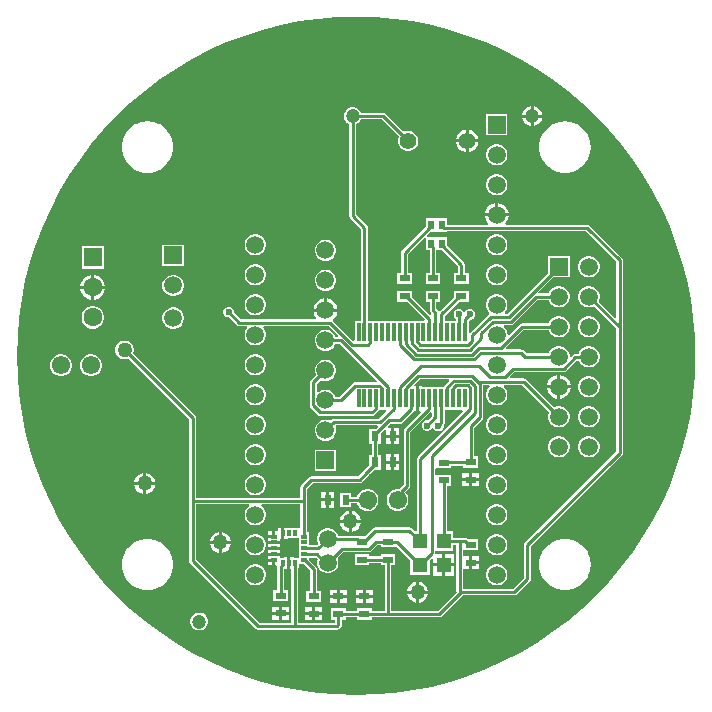
<source format=gtl>
G04*
G04 #@! TF.GenerationSoftware,Altium Limited,Altium Designer,22.7.1 (60)*
G04*
G04 Layer_Physical_Order=1*
G04 Layer_Color=255*
%FSLAX44Y44*%
%MOMM*%
G71*
G04*
G04 #@! TF.SameCoordinates,8A5828DB-0F62-4D68-8539-0FC61A56A6C0*
G04*
G04*
G04 #@! TF.FilePolarity,Positive*
G04*
G01*
G75*
%ADD15R,1.3000X1.3000*%
%ADD16R,1.3000X1.3000*%
%ADD17R,0.5500X0.8000*%
%ADD18R,0.6000X0.9000*%
%ADD19R,0.9000X0.6000*%
%ADD21R,0.4900X0.3500*%
%ADD22R,0.3500X0.4900*%
%ADD23R,0.4900X0.3000*%
%ADD43R,0.3000X1.6000*%
%ADD44C,0.2540*%
%ADD45R,1.5000X1.5000*%
%ADD46C,1.5000*%
%ADD47C,1.5500*%
%ADD48C,1.2000*%
%ADD49C,1.3980*%
%ADD50R,1.6000X1.6000*%
%ADD51C,1.6000*%
%ADD52C,1.2700*%
%ADD53C,0.6000*%
G36*
X306103Y576740D02*
X322155Y575386D01*
X338106Y573134D01*
X353906Y569991D01*
X369505Y565968D01*
X384854Y561076D01*
X399904Y555331D01*
X414608Y548751D01*
X428920Y541357D01*
X442795Y533172D01*
X456190Y524222D01*
X469061Y514536D01*
X481369Y504142D01*
X493075Y493075D01*
X504142Y481369D01*
X514536Y469061D01*
X524222Y456190D01*
X533172Y442795D01*
X541357Y428920D01*
X548751Y414608D01*
X555331Y399904D01*
X561076Y384854D01*
X565968Y369505D01*
X569991Y353906D01*
X573134Y338106D01*
X575386Y322155D01*
X576740Y306103D01*
X577192Y290000D01*
X576740Y273897D01*
X575386Y257845D01*
X573134Y241894D01*
X569991Y226094D01*
X565968Y210495D01*
X561076Y195147D01*
X555331Y180096D01*
X548751Y165392D01*
X541357Y151080D01*
X533172Y137205D01*
X524222Y123810D01*
X514536Y110939D01*
X504142Y98631D01*
X493075Y86925D01*
X481369Y75858D01*
X469061Y65464D01*
X456190Y55778D01*
X442795Y46828D01*
X428920Y38643D01*
X414608Y31249D01*
X399904Y24669D01*
X384854Y18924D01*
X369505Y14032D01*
X353906Y10008D01*
X338106Y6866D01*
X322155Y4614D01*
X306103Y3260D01*
X290000Y2808D01*
X273897Y3260D01*
X257845Y4614D01*
X241894Y6866D01*
X226094Y10008D01*
X210495Y14032D01*
X195147Y18924D01*
X180096Y24669D01*
X165392Y31249D01*
X151080Y38643D01*
X137205Y46828D01*
X123810Y55778D01*
X110939Y65464D01*
X98631Y75858D01*
X86925Y86925D01*
X75858Y98631D01*
X65464Y110939D01*
X55778Y123810D01*
X46828Y137205D01*
X38643Y151080D01*
X31249Y165392D01*
X24669Y180096D01*
X18924Y195147D01*
X14032Y210495D01*
X10008Y226094D01*
X6866Y241894D01*
X4614Y257845D01*
X3260Y273897D01*
X2808Y290000D01*
X3260Y306103D01*
X4614Y322155D01*
X6866Y338106D01*
X10008Y353906D01*
X14032Y369505D01*
X18924Y384854D01*
X24669Y399904D01*
X31249Y414608D01*
X38643Y428920D01*
X46828Y442795D01*
X55778Y456190D01*
X65464Y469061D01*
X75858Y481369D01*
X86925Y493075D01*
X98631Y504142D01*
X110939Y514536D01*
X123810Y524222D01*
X137205Y533172D01*
X151080Y541357D01*
X165392Y548751D01*
X180096Y555331D01*
X195147Y561076D01*
X210495Y565968D01*
X226094Y569991D01*
X241894Y573134D01*
X257845Y575386D01*
X273897Y576740D01*
X290000Y577192D01*
X306103Y576740D01*
D02*
G37*
%LPC*%
G36*
X440270Y501501D02*
Y494270D01*
X447501D01*
X446958Y496296D01*
X445834Y498244D01*
X444244Y499834D01*
X442296Y500958D01*
X440270Y501501D01*
D02*
G37*
G36*
X437730Y501501D02*
X435704Y500958D01*
X433756Y499834D01*
X432166Y498244D01*
X431042Y496296D01*
X430499Y494270D01*
X437730D01*
Y501501D01*
D02*
G37*
G36*
X468750Y488430D02*
X464810D01*
X464654Y488365D01*
X464488Y488398D01*
X460624Y487629D01*
X460484Y487535D01*
X460315D01*
X456675Y486028D01*
X456556Y485908D01*
X456390Y485875D01*
X453114Y483687D01*
X453020Y483546D01*
X452864Y483481D01*
X450079Y480696D01*
X450014Y480540D01*
X449873Y480446D01*
X447685Y477170D01*
X447652Y477004D01*
X447532Y476885D01*
X446025Y473245D01*
Y473076D01*
X445931Y472936D01*
X445162Y469072D01*
X445195Y468906D01*
X445130Y468750D01*
Y464810D01*
X445195Y464654D01*
X445162Y464488D01*
X445931Y460624D01*
X446025Y460484D01*
Y460315D01*
X447532Y456675D01*
X447652Y456556D01*
X447685Y456390D01*
X449873Y453114D01*
X450014Y453020D01*
X450079Y452864D01*
X452864Y450079D01*
X453020Y450014D01*
X453114Y449873D01*
X456390Y447685D01*
X456556Y447652D01*
X456675Y447532D01*
X460315Y446025D01*
X460484D01*
X460624Y445931D01*
X464488Y445162D01*
X464654Y445195D01*
X464810Y445130D01*
X468750D01*
X468906Y445195D01*
X469072Y445162D01*
X472936Y445931D01*
X473076Y446025D01*
X473245D01*
X476885Y447532D01*
X477004Y447652D01*
X477170Y447685D01*
X480446Y449873D01*
X480540Y450014D01*
X480696Y450079D01*
X483481Y452864D01*
X483546Y453020D01*
X483687Y453114D01*
X485875Y456390D01*
X485908Y456556D01*
X486028Y456675D01*
X487535Y460315D01*
Y460484D01*
X487629Y460624D01*
X488398Y464488D01*
X488365Y464654D01*
X488430Y464810D01*
Y468750D01*
X488365Y468906D01*
X488398Y469072D01*
X487629Y472936D01*
X487535Y473076D01*
Y473245D01*
X486028Y476885D01*
X485908Y477004D01*
X485875Y477170D01*
X483687Y480446D01*
X483546Y480540D01*
X483481Y480696D01*
X480696Y483481D01*
X480540Y483546D01*
X480446Y483687D01*
X477170Y485875D01*
X477004Y485908D01*
X476885Y486028D01*
X473245Y487535D01*
X473076D01*
X472936Y487629D01*
X469072Y488398D01*
X468906Y488365D01*
X468750Y488430D01*
D02*
G37*
G36*
X115190D02*
X111250D01*
X111094Y488365D01*
X110928Y488398D01*
X107064Y487629D01*
X106924Y487535D01*
X106755D01*
X103115Y486028D01*
X102996Y485908D01*
X102830Y485875D01*
X99554Y483687D01*
X99460Y483546D01*
X99304Y483481D01*
X96518Y480696D01*
X96454Y480540D01*
X96313Y480446D01*
X94125Y477170D01*
X94092Y477004D01*
X93972Y476885D01*
X92465Y473245D01*
Y473076D01*
X92371Y472936D01*
X91602Y469072D01*
X91635Y468906D01*
X91570Y468750D01*
Y464810D01*
X91635Y464654D01*
X91602Y464488D01*
X92371Y460624D01*
X92465Y460484D01*
Y460315D01*
X93972Y456675D01*
X94092Y456556D01*
X94125Y456390D01*
X96313Y453114D01*
X96454Y453020D01*
X96518Y452864D01*
X99304Y450079D01*
X99460Y450014D01*
X99554Y449873D01*
X102830Y447685D01*
X102996Y447652D01*
X103115Y447532D01*
X106755Y446025D01*
X106924D01*
X107064Y445931D01*
X110928Y445162D01*
X111094Y445195D01*
X111250Y445130D01*
X115190D01*
X115346Y445195D01*
X115512Y445162D01*
X119376Y445931D01*
X119516Y446025D01*
X119685D01*
X123325Y447532D01*
X123444Y447652D01*
X123610Y447685D01*
X126886Y449873D01*
X126980Y450014D01*
X127136Y450079D01*
X129921Y452864D01*
X129986Y453020D01*
X130127Y453114D01*
X132315Y456390D01*
X132348Y456556D01*
X132468Y456675D01*
X133975Y460315D01*
Y460484D01*
X134069Y460624D01*
X134838Y464488D01*
X134805Y464654D01*
X134870Y464810D01*
Y468750D01*
X134805Y468906D01*
X134838Y469072D01*
X134069Y472936D01*
X133975Y473076D01*
Y473245D01*
X132468Y476885D01*
X132348Y477004D01*
X132315Y477170D01*
X130127Y480446D01*
X129986Y480540D01*
X129921Y480696D01*
X127136Y483481D01*
X126980Y483546D01*
X126886Y483687D01*
X123610Y485875D01*
X123444Y485908D01*
X123325Y486028D01*
X119685Y487535D01*
X119516D01*
X119376Y487629D01*
X115512Y488398D01*
X115346Y488365D01*
X115190Y488430D01*
D02*
G37*
G36*
X437730Y491730D02*
X430499D01*
X431042Y489704D01*
X432166Y487756D01*
X433756Y486166D01*
X435704Y485042D01*
X437730Y484499D01*
Y491730D01*
D02*
G37*
G36*
X447501D02*
X440270D01*
Y484499D01*
X442296Y485042D01*
X444244Y486166D01*
X445834Y487756D01*
X446958Y489704D01*
X447501Y491730D01*
D02*
G37*
G36*
X418024Y494624D02*
X399976D01*
Y476576D01*
X418024D01*
Y494624D01*
D02*
G37*
G36*
X385270Y481526D02*
Y473270D01*
X393526D01*
X392881Y475678D01*
X391626Y477852D01*
X389852Y479626D01*
X387678Y480881D01*
X385270Y481526D01*
D02*
G37*
G36*
X382730D02*
X380322Y480881D01*
X378148Y479626D01*
X376374Y477852D01*
X375119Y475678D01*
X374474Y473270D01*
X382730D01*
Y481526D01*
D02*
G37*
G36*
X287991Y500524D02*
X286010D01*
X284096Y500011D01*
X282380Y499021D01*
X280979Y497620D01*
X279989Y495904D01*
X279476Y493991D01*
Y492010D01*
X279989Y490096D01*
X280979Y488380D01*
X282380Y486979D01*
X284096Y485989D01*
X284151Y485974D01*
Y408470D01*
X284151Y408470D01*
X284368Y407380D01*
X284986Y406456D01*
X294151Y397290D01*
Y319778D01*
X288722D01*
Y303049D01*
X287452Y302523D01*
X270615Y319360D01*
X270190Y320498D01*
X270649Y321050D01*
X272034Y322435D01*
X273356Y324725D01*
X274040Y327278D01*
Y327330D01*
X264000D01*
X253960D01*
Y327278D01*
X254644Y324725D01*
X255966Y322435D01*
X256285Y322116D01*
X255799Y320943D01*
X192086D01*
X186524Y326505D01*
Y327900D01*
X185835Y329563D01*
X184563Y330835D01*
X182900Y331524D01*
X181100D01*
X179437Y330835D01*
X178165Y329563D01*
X177476Y327900D01*
Y326100D01*
X178165Y324437D01*
X179437Y323165D01*
X181100Y322476D01*
X182495D01*
X188892Y316080D01*
X188892Y316080D01*
X189816Y315462D01*
X190906Y315245D01*
X190906Y315245D01*
X197417D01*
X197943Y313975D01*
X197309Y313341D01*
X196121Y311283D01*
X195506Y308988D01*
Y306612D01*
X196121Y304317D01*
X197309Y302259D01*
X198989Y300579D01*
X201047Y299391D01*
X203342Y298776D01*
X205718D01*
X208013Y299391D01*
X210071Y300579D01*
X211751Y302259D01*
X212939Y304317D01*
X213554Y306612D01*
Y308988D01*
X212939Y311283D01*
X211751Y313341D01*
X211117Y313975D01*
X211643Y315245D01*
X266672D01*
X274695Y307222D01*
X274209Y306049D01*
X272579D01*
X272409Y306683D01*
X271221Y308741D01*
X269541Y310421D01*
X267483Y311609D01*
X265188Y312224D01*
X262812D01*
X260517Y311609D01*
X258459Y310421D01*
X256779Y308741D01*
X255591Y306683D01*
X254976Y304388D01*
Y302012D01*
X255591Y299717D01*
X256779Y297659D01*
X258459Y295979D01*
X260517Y294791D01*
X262812Y294176D01*
X265188D01*
X267483Y294791D01*
X269541Y295979D01*
X271221Y297659D01*
X272409Y299717D01*
X272579Y300351D01*
X275819D01*
X307354Y268816D01*
X306868Y267643D01*
X289343D01*
X289343Y267643D01*
X288253Y267426D01*
X287328Y266808D01*
X287328Y266808D01*
X275769Y255249D01*
X272579D01*
X272409Y255883D01*
X271221Y257941D01*
X269541Y259621D01*
X267483Y260809D01*
X265188Y261424D01*
X262812D01*
X260517Y260809D01*
X258459Y259621D01*
X257825Y258987D01*
X256555Y259513D01*
Y266326D01*
X259948Y269719D01*
X260517Y269391D01*
X262812Y268776D01*
X265188D01*
X267483Y269391D01*
X269541Y270579D01*
X271221Y272259D01*
X272409Y274317D01*
X273024Y276612D01*
Y278988D01*
X272409Y281283D01*
X271221Y283341D01*
X269541Y285021D01*
X267483Y286209D01*
X265188Y286824D01*
X262812D01*
X260517Y286209D01*
X258459Y285021D01*
X256779Y283341D01*
X255591Y281283D01*
X254976Y278988D01*
Y276612D01*
X255591Y274317D01*
X255919Y273748D01*
X251692Y269520D01*
X251074Y268596D01*
X250857Y267506D01*
X250857Y267506D01*
Y248136D01*
X250857Y248136D01*
X251074Y247046D01*
X251692Y246122D01*
X257722Y240092D01*
X257722Y240092D01*
X258646Y239474D01*
X259736Y239257D01*
X259736Y239257D01*
X303557D01*
X303557Y239257D01*
X304648Y239474D01*
X305572Y240092D01*
X308784Y243304D01*
X308785Y243304D01*
X309398Y244222D01*
X314985D01*
X315471Y243049D01*
X309271Y236849D01*
X270891D01*
X270891Y236849D01*
X269800Y236632D01*
X268876Y236014D01*
X268876Y236014D01*
X267983Y235121D01*
X267483Y235409D01*
X265188Y236024D01*
X262812D01*
X260517Y235409D01*
X258459Y234221D01*
X256779Y232541D01*
X255591Y230483D01*
X254976Y228188D01*
Y225812D01*
X255591Y223517D01*
X256779Y221459D01*
X258459Y219779D01*
X260517Y218591D01*
X262812Y217976D01*
X265188D01*
X267483Y218591D01*
X269541Y219779D01*
X271221Y221459D01*
X272409Y223517D01*
X273024Y225812D01*
Y228188D01*
X272570Y229881D01*
X273302Y231035D01*
X273490Y231151D01*
X307963D01*
X308449Y229978D01*
X306749Y228278D01*
X301222D01*
Y215722D01*
X303151D01*
Y206278D01*
X301222D01*
Y197751D01*
X296621Y193149D01*
X296003Y192225D01*
X295955Y191984D01*
X291820Y187849D01*
X252000D01*
X252000Y187849D01*
X250910Y187632D01*
X249986Y187014D01*
X243586Y180614D01*
X242968Y179690D01*
X242751Y178600D01*
X242751Y178600D01*
Y169849D01*
X154321D01*
Y237528D01*
X154321Y237528D01*
X154104Y238618D01*
X153486Y239542D01*
X101239Y291790D01*
X101337Y291961D01*
X101874Y293963D01*
Y296037D01*
X101337Y298039D01*
X100301Y299835D01*
X98835Y301301D01*
X97039Y302337D01*
X95037Y302874D01*
X92963D01*
X90961Y302337D01*
X89165Y301301D01*
X87699Y299835D01*
X86663Y298039D01*
X86126Y296037D01*
Y293963D01*
X86663Y291961D01*
X87699Y290165D01*
X89165Y288699D01*
X90961Y287663D01*
X92963Y287126D01*
X95037D01*
X97039Y287663D01*
X97210Y287761D01*
X148623Y236348D01*
Y167000D01*
Y116528D01*
X148623Y116528D01*
X148840Y115438D01*
X149458Y114514D01*
X204986Y58986D01*
X204986Y58986D01*
X205910Y58368D01*
X207000Y58151D01*
X273512D01*
X273512Y58151D01*
X274602Y58368D01*
X275527Y58986D01*
X277014Y60473D01*
X277014Y60473D01*
X277632Y61398D01*
X277849Y62488D01*
Y66722D01*
X281278D01*
Y68651D01*
X290722D01*
Y66722D01*
X303278D01*
Y68651D01*
X318000D01*
X318000Y68651D01*
X318000Y68651D01*
X360500D01*
X360500Y68651D01*
X361590Y68868D01*
X362514Y69486D01*
X380180Y87151D01*
X424000D01*
X424000Y87151D01*
X425090Y87368D01*
X426014Y87986D01*
X437014Y98986D01*
X437014Y98986D01*
X437632Y99910D01*
X437849Y101000D01*
X437849Y101000D01*
Y128820D01*
X515014Y205986D01*
X515014Y205986D01*
X515632Y206910D01*
X515849Y208000D01*
Y314000D01*
X515849Y314000D01*
X515849Y314000D01*
Y371000D01*
X515849Y371000D01*
X515632Y372090D01*
X515014Y373014D01*
X515014Y373014D01*
X487744Y400284D01*
X486820Y400902D01*
X485730Y401119D01*
X485730Y401119D01*
X416713D01*
X416187Y402389D01*
X417034Y403235D01*
X418356Y405525D01*
X419040Y408078D01*
Y408130D01*
X409000D01*
X398960D01*
Y408078D01*
X399644Y405525D01*
X400966Y403235D01*
X401813Y402389D01*
X401287Y401119D01*
X367028D01*
Y406778D01*
X348972D01*
Y399251D01*
X328986Y379264D01*
X328368Y378340D01*
X328151Y377250D01*
X328151Y377250D01*
Y360278D01*
X324722D01*
Y350722D01*
X337278D01*
Y360278D01*
X333849D01*
Y376070D01*
X347702Y389923D01*
X348972Y389397D01*
Y379222D01*
X352151D01*
Y360278D01*
X348722D01*
Y350722D01*
X361278D01*
Y360278D01*
X357849D01*
Y379222D01*
X362999D01*
X376151Y366070D01*
Y360278D01*
X372722D01*
Y350722D01*
X385278D01*
Y360278D01*
X381849D01*
Y367250D01*
X381849Y367250D01*
X381632Y368340D01*
X381014Y369264D01*
X367028Y383251D01*
Y390778D01*
X350353D01*
X349827Y392048D01*
X353001Y395222D01*
X367028D01*
Y395421D01*
X484550D01*
X510151Y369820D01*
Y322537D01*
X508978Y322051D01*
X495081Y335948D01*
X495409Y336517D01*
X496024Y338812D01*
Y341188D01*
X495409Y343483D01*
X494221Y345541D01*
X492541Y347221D01*
X490483Y348409D01*
X488188Y349024D01*
X485812D01*
X483517Y348409D01*
X481459Y347221D01*
X479779Y345541D01*
X478591Y343483D01*
X477976Y341188D01*
Y338812D01*
X478591Y336517D01*
X479779Y334459D01*
X481459Y332779D01*
X483517Y331591D01*
X485812Y330976D01*
X488188D01*
X490483Y331591D01*
X491052Y331919D01*
X510151Y312820D01*
Y209180D01*
X432986Y132014D01*
X432368Y131090D01*
X432151Y130000D01*
X432151Y130000D01*
Y102180D01*
X422820Y92849D01*
X380599D01*
Y109460D01*
X385730D01*
Y115000D01*
Y120540D01*
X380599D01*
Y124003D01*
X380722Y125222D01*
X393278D01*
Y134778D01*
X384751D01*
X384514Y135014D01*
X383590Y135632D01*
X382500Y135849D01*
X382500Y135849D01*
X372278D01*
Y141278D01*
X366849D01*
Y179722D01*
X370278D01*
Y189278D01*
X357722D01*
X356849Y190186D01*
Y193814D01*
X357722Y194722D01*
X370278D01*
Y196901D01*
X380722D01*
Y195222D01*
X393278D01*
Y204778D01*
X389849D01*
Y229236D01*
X396436Y235824D01*
X396436Y235824D01*
X397054Y236748D01*
X397271Y237838D01*
X397271Y237838D01*
Y265193D01*
X402740D01*
X403161Y263923D01*
X401779Y262541D01*
X400591Y260483D01*
X399976Y258188D01*
Y255812D01*
X400591Y253517D01*
X401779Y251459D01*
X403459Y249779D01*
X405517Y248591D01*
X407812Y247976D01*
X410188D01*
X412483Y248591D01*
X414541Y249779D01*
X416221Y251459D01*
X417409Y253517D01*
X418024Y255812D01*
Y258188D01*
X417409Y260483D01*
X416221Y262541D01*
X414839Y263923D01*
X415260Y265193D01*
X430778D01*
X453519Y242452D01*
X453191Y241883D01*
X452576Y239588D01*
Y237212D01*
X453191Y234917D01*
X454379Y232859D01*
X456059Y231179D01*
X458117Y229991D01*
X460412Y229376D01*
X462788D01*
X465083Y229991D01*
X467141Y231179D01*
X468821Y232859D01*
X470009Y234917D01*
X470624Y237212D01*
Y239588D01*
X470009Y241883D01*
X468821Y243941D01*
X467141Y245621D01*
X465083Y246809D01*
X462788Y247424D01*
X460412D01*
X458117Y246809D01*
X457548Y246481D01*
X433972Y270056D01*
X433048Y270674D01*
X431958Y270891D01*
X431958Y270891D01*
X420488D01*
X420002Y272064D01*
X423995Y276057D01*
X465864D01*
X465864Y276057D01*
X466954Y276274D01*
X467878Y276892D01*
X476870Y285883D01*
X478546D01*
X478591Y285717D01*
X479779Y283659D01*
X481459Y281979D01*
X483517Y280791D01*
X485812Y280176D01*
X488188D01*
X490483Y280791D01*
X492541Y281979D01*
X494221Y283659D01*
X495409Y285717D01*
X496024Y288012D01*
Y290388D01*
X495409Y292683D01*
X494221Y294741D01*
X492541Y296421D01*
X490483Y297609D01*
X488188Y298224D01*
X485812D01*
X483517Y297609D01*
X481459Y296421D01*
X479779Y294741D01*
X478591Y292683D01*
X478296Y291581D01*
X475690D01*
X474600Y291364D01*
X473676Y290746D01*
X473676Y290746D01*
X471894Y288965D01*
X470624Y289491D01*
Y290388D01*
X470009Y292683D01*
X468821Y294741D01*
X467141Y296421D01*
X465083Y297609D01*
X462788Y298224D01*
X460412D01*
X458117Y297609D01*
X456059Y296421D01*
X454379Y294741D01*
X453191Y292683D01*
X453021Y292049D01*
X434409D01*
X431750Y294708D01*
X430825Y295326D01*
X429735Y295543D01*
X429735Y295543D01*
X416989D01*
X416503Y296716D01*
X431538Y311751D01*
X453021D01*
X453191Y311117D01*
X454379Y309059D01*
X456059Y307379D01*
X458117Y306191D01*
X460412Y305576D01*
X462788D01*
X465083Y306191D01*
X467141Y307379D01*
X468821Y309059D01*
X470009Y311117D01*
X470624Y313412D01*
Y315788D01*
X470009Y318083D01*
X468821Y320141D01*
X467141Y321821D01*
X465083Y323009D01*
X462788Y323624D01*
X460412D01*
X458117Y323009D01*
X456059Y321821D01*
X454379Y320141D01*
X453191Y318083D01*
X453021Y317449D01*
X430358D01*
X430358Y317449D01*
X429268Y317232D01*
X428344Y316614D01*
X428344Y316614D01*
X419294Y307565D01*
X418024Y308091D01*
Y308988D01*
X417409Y311283D01*
X416221Y313341D01*
X414839Y314723D01*
X415260Y315993D01*
X420789D01*
X420789Y315993D01*
X421880Y316210D01*
X422804Y316828D01*
X443127Y337151D01*
X453021D01*
X453191Y336517D01*
X454379Y334459D01*
X456059Y332779D01*
X458117Y331591D01*
X460412Y330976D01*
X462788D01*
X465083Y331591D01*
X467141Y332779D01*
X468821Y334459D01*
X470009Y336517D01*
X470624Y338812D01*
Y341188D01*
X470009Y343483D01*
X468821Y345541D01*
X467141Y347221D01*
X465083Y348409D01*
X462788Y349024D01*
X460412D01*
X458117Y348409D01*
X456059Y347221D01*
X454379Y345541D01*
X453191Y343483D01*
X453021Y342849D01*
X444737D01*
X444251Y344022D01*
X456605Y356376D01*
X470624D01*
Y374424D01*
X452576D01*
Y360405D01*
X417926Y325755D01*
X416113D01*
X415587Y327025D01*
X416221Y327659D01*
X417409Y329717D01*
X418024Y332012D01*
Y334388D01*
X417409Y336683D01*
X416221Y338741D01*
X414541Y340421D01*
X412483Y341609D01*
X410188Y342224D01*
X407812D01*
X405517Y341609D01*
X403459Y340421D01*
X401779Y338741D01*
X400591Y336683D01*
X399976Y334388D01*
Y332012D01*
X400591Y329717D01*
X401779Y327659D01*
X402623Y326815D01*
X402645Y326492D01*
X402347Y325295D01*
X401786Y324920D01*
X401786Y324920D01*
X386548Y309682D01*
X385326Y310103D01*
X385278Y310142D01*
Y319778D01*
X386259Y320476D01*
X386900D01*
X388563Y321165D01*
X389835Y322437D01*
X390524Y324100D01*
Y325900D01*
X389835Y327563D01*
X388563Y328835D01*
X386900Y329524D01*
X385100D01*
X383437Y328835D01*
X382165Y327563D01*
X382135Y327491D01*
X380865D01*
X380835Y327563D01*
X379563Y328835D01*
X377900Y329524D01*
X376100D01*
X374437Y328835D01*
X373165Y327563D01*
X372476Y325900D01*
Y324100D01*
X373165Y322437D01*
X374151Y321451D01*
Y319778D01*
X364849D01*
Y323820D01*
X376751Y335722D01*
X385278D01*
Y345278D01*
X372722D01*
Y339751D01*
X360889Y327917D01*
X360622Y327877D01*
X359339Y328164D01*
X359014Y328649D01*
X357849Y329815D01*
Y335722D01*
X361278D01*
Y345278D01*
X348722D01*
Y335722D01*
X352151D01*
Y328635D01*
X352151Y328635D01*
X352368Y327545D01*
X352986Y326621D01*
X353759Y325847D01*
X353664Y325161D01*
X352318Y324710D01*
X337278Y339751D01*
Y345278D01*
X324722D01*
Y335722D01*
X333249D01*
X347923Y321048D01*
X347397Y319778D01*
X299849D01*
Y398470D01*
X299849Y398470D01*
X299632Y399560D01*
X299014Y400484D01*
X299014Y400484D01*
X289849Y409650D01*
Y485974D01*
X289904Y485989D01*
X291620Y486979D01*
X293021Y488380D01*
X294011Y490096D01*
X294026Y490151D01*
X311820D01*
X326293Y475679D01*
X326066Y475286D01*
X325486Y473121D01*
Y470879D01*
X326066Y468714D01*
X327187Y466772D01*
X328772Y465187D01*
X330714Y464066D01*
X332879Y463486D01*
X335121D01*
X337286Y464066D01*
X339228Y465187D01*
X340813Y466772D01*
X341934Y468714D01*
X342514Y470879D01*
Y473121D01*
X341934Y475286D01*
X340813Y477228D01*
X339228Y478813D01*
X337286Y479934D01*
X335121Y480514D01*
X332879D01*
X330714Y479934D01*
X330321Y479707D01*
X315014Y495014D01*
X314090Y495632D01*
X313000Y495849D01*
X313000Y495849D01*
X294026D01*
X294011Y495904D01*
X293021Y497620D01*
X291620Y499021D01*
X289904Y500011D01*
X287991Y500524D01*
D02*
G37*
G36*
X382730Y470730D02*
X374474D01*
X375119Y468321D01*
X376374Y466148D01*
X378148Y464374D01*
X380322Y463119D01*
X382730Y462474D01*
Y470730D01*
D02*
G37*
G36*
X393526D02*
X385270D01*
Y462474D01*
X387678Y463119D01*
X389852Y464374D01*
X391626Y466148D01*
X392881Y468321D01*
X393526Y470730D01*
D02*
G37*
G36*
X410188Y469224D02*
X407812D01*
X405517Y468609D01*
X403459Y467421D01*
X401779Y465741D01*
X400591Y463683D01*
X399976Y461388D01*
Y459012D01*
X400591Y456717D01*
X401779Y454659D01*
X403459Y452979D01*
X405517Y451791D01*
X407812Y451176D01*
X410188D01*
X412483Y451791D01*
X414541Y452979D01*
X416221Y454659D01*
X417409Y456717D01*
X418024Y459012D01*
Y461388D01*
X417409Y463683D01*
X416221Y465741D01*
X414541Y467421D01*
X412483Y468609D01*
X410188Y469224D01*
D02*
G37*
G36*
Y443824D02*
X407812D01*
X405517Y443209D01*
X403459Y442021D01*
X401779Y440341D01*
X400591Y438283D01*
X399976Y435988D01*
Y433612D01*
X400591Y431317D01*
X401779Y429259D01*
X403459Y427579D01*
X405517Y426391D01*
X407812Y425776D01*
X410188D01*
X412483Y426391D01*
X414541Y427579D01*
X416221Y429259D01*
X417409Y431317D01*
X418024Y433612D01*
Y435988D01*
X417409Y438283D01*
X416221Y440341D01*
X414541Y442021D01*
X412483Y443209D01*
X410188Y443824D01*
D02*
G37*
G36*
X410322Y419440D02*
X410270D01*
Y410670D01*
X419040D01*
Y410722D01*
X418356Y413275D01*
X417034Y415565D01*
X415165Y417434D01*
X412875Y418756D01*
X410322Y419440D01*
D02*
G37*
G36*
X407730D02*
X407678D01*
X405125Y418756D01*
X402835Y417434D01*
X400966Y415565D01*
X399644Y413275D01*
X398960Y410722D01*
Y410670D01*
X407730D01*
Y419440D01*
D02*
G37*
G36*
X410188Y393024D02*
X407812D01*
X405517Y392409D01*
X403459Y391221D01*
X401779Y389541D01*
X400591Y387483D01*
X399976Y385188D01*
Y382812D01*
X400591Y380517D01*
X401779Y378459D01*
X403459Y376779D01*
X405517Y375591D01*
X407812Y374976D01*
X410188D01*
X412483Y375591D01*
X414541Y376779D01*
X416221Y378459D01*
X417409Y380517D01*
X418024Y382812D01*
Y385188D01*
X417409Y387483D01*
X416221Y389541D01*
X414541Y391221D01*
X412483Y392409D01*
X410188Y393024D01*
D02*
G37*
G36*
X205718D02*
X203342D01*
X201047Y392409D01*
X198989Y391221D01*
X197309Y389541D01*
X196121Y387483D01*
X195506Y385188D01*
Y382812D01*
X196121Y380517D01*
X197309Y378459D01*
X198989Y376779D01*
X201047Y375591D01*
X203342Y374976D01*
X205718D01*
X208013Y375591D01*
X210071Y376779D01*
X211751Y378459D01*
X212939Y380517D01*
X213554Y382812D01*
Y385188D01*
X212939Y387483D01*
X211751Y389541D01*
X210071Y391221D01*
X208013Y392409D01*
X205718Y393024D01*
D02*
G37*
G36*
X265188Y388424D02*
X262812D01*
X260517Y387809D01*
X258459Y386621D01*
X256779Y384941D01*
X255591Y382883D01*
X254976Y380588D01*
Y378212D01*
X255591Y375917D01*
X256779Y373859D01*
X258459Y372179D01*
X260517Y370991D01*
X262812Y370376D01*
X265188D01*
X267483Y370991D01*
X269541Y372179D01*
X271221Y373859D01*
X272409Y375917D01*
X273024Y378212D01*
Y380588D01*
X272409Y382883D01*
X271221Y384941D01*
X269541Y386621D01*
X267483Y387809D01*
X265188Y388424D01*
D02*
G37*
G36*
X144024Y384024D02*
X125976D01*
Y365976D01*
X144024D01*
Y384024D01*
D02*
G37*
G36*
X76524Y382924D02*
X57476D01*
Y363876D01*
X76524D01*
Y382924D01*
D02*
G37*
G36*
X488188Y374424D02*
X485812D01*
X483517Y373809D01*
X481459Y372621D01*
X479779Y370941D01*
X478591Y368883D01*
X477976Y366588D01*
Y364212D01*
X478591Y361917D01*
X479779Y359859D01*
X481459Y358179D01*
X483517Y356991D01*
X485812Y356376D01*
X488188D01*
X490483Y356991D01*
X492541Y358179D01*
X494221Y359859D01*
X495409Y361917D01*
X496024Y364212D01*
Y366588D01*
X495409Y368883D01*
X494221Y370941D01*
X492541Y372621D01*
X490483Y373809D01*
X488188Y374424D01*
D02*
G37*
G36*
X410188Y367624D02*
X407812D01*
X405517Y367009D01*
X403459Y365821D01*
X401779Y364141D01*
X400591Y362083D01*
X399976Y359788D01*
Y357412D01*
X400591Y355117D01*
X401779Y353059D01*
X403459Y351379D01*
X405517Y350191D01*
X407812Y349576D01*
X410188D01*
X412483Y350191D01*
X414541Y351379D01*
X416221Y353059D01*
X417409Y355117D01*
X418024Y357412D01*
Y359788D01*
X417409Y362083D01*
X416221Y364141D01*
X414541Y365821D01*
X412483Y367009D01*
X410188Y367624D01*
D02*
G37*
G36*
X205718D02*
X203342D01*
X201047Y367009D01*
X198989Y365821D01*
X197309Y364141D01*
X196121Y362083D01*
X195506Y359788D01*
Y357412D01*
X196121Y355117D01*
X197309Y353059D01*
X198989Y351379D01*
X201047Y350191D01*
X203342Y349576D01*
X205718D01*
X208013Y350191D01*
X210071Y351379D01*
X211751Y353059D01*
X212939Y355117D01*
X213554Y357412D01*
Y359788D01*
X212939Y362083D01*
X211751Y364141D01*
X210071Y365821D01*
X208013Y367009D01*
X205718Y367624D01*
D02*
G37*
G36*
X68388Y358540D02*
X68270D01*
Y349270D01*
X77540D01*
Y349388D01*
X76822Y352068D01*
X75434Y354472D01*
X73472Y356434D01*
X71068Y357822D01*
X68388Y358540D01*
D02*
G37*
G36*
X65730D02*
X65612D01*
X62932Y357822D01*
X60528Y356434D01*
X58566Y354472D01*
X57178Y352068D01*
X56460Y349388D01*
Y349270D01*
X65730D01*
Y358540D01*
D02*
G37*
G36*
X265188Y363024D02*
X262812D01*
X260517Y362409D01*
X258459Y361221D01*
X256779Y359541D01*
X255591Y357483D01*
X254976Y355188D01*
Y352812D01*
X255591Y350517D01*
X256779Y348459D01*
X258459Y346779D01*
X260517Y345591D01*
X262812Y344976D01*
X265188D01*
X267483Y345591D01*
X269541Y346779D01*
X271221Y348459D01*
X272409Y350517D01*
X273024Y352812D01*
Y355188D01*
X272409Y357483D01*
X271221Y359541D01*
X269541Y361221D01*
X267483Y362409D01*
X265188Y363024D01*
D02*
G37*
G36*
X136188Y358624D02*
X133812D01*
X131517Y358009D01*
X129459Y356821D01*
X127779Y355141D01*
X126591Y353083D01*
X125976Y350788D01*
Y348412D01*
X126591Y346117D01*
X127779Y344059D01*
X129459Y342379D01*
X131517Y341191D01*
X133812Y340576D01*
X136188D01*
X138483Y341191D01*
X140541Y342379D01*
X142221Y344059D01*
X143409Y346117D01*
X144024Y348412D01*
Y350788D01*
X143409Y353083D01*
X142221Y355141D01*
X140541Y356821D01*
X138483Y358009D01*
X136188Y358624D01*
D02*
G37*
G36*
X77540Y346730D02*
X68270D01*
Y337460D01*
X68388D01*
X71068Y338178D01*
X73472Y339566D01*
X75434Y341528D01*
X76822Y343932D01*
X77540Y346612D01*
Y346730D01*
D02*
G37*
G36*
X65730D02*
X56460D01*
Y346612D01*
X57178Y343932D01*
X58566Y341528D01*
X60528Y339566D01*
X62932Y338178D01*
X65612Y337460D01*
X65730D01*
Y346730D01*
D02*
G37*
G36*
X265322Y338640D02*
X265270D01*
Y329870D01*
X274040D01*
Y329922D01*
X273356Y332475D01*
X272034Y334765D01*
X270165Y336634D01*
X267875Y337956D01*
X265322Y338640D01*
D02*
G37*
G36*
X262730D02*
X262678D01*
X260125Y337956D01*
X257835Y336634D01*
X255966Y334765D01*
X254644Y332475D01*
X253960Y329922D01*
Y329870D01*
X262730D01*
Y338640D01*
D02*
G37*
G36*
X205718Y342224D02*
X203342D01*
X201047Y341609D01*
X198989Y340421D01*
X197309Y338741D01*
X196121Y336683D01*
X195506Y334388D01*
Y332012D01*
X196121Y329717D01*
X197309Y327659D01*
X198989Y325979D01*
X201047Y324791D01*
X203342Y324176D01*
X205718D01*
X208013Y324791D01*
X210071Y325979D01*
X211751Y327659D01*
X212939Y329717D01*
X213554Y332012D01*
Y334388D01*
X212939Y336683D01*
X211751Y338741D01*
X210071Y340421D01*
X208013Y341609D01*
X205718Y342224D01*
D02*
G37*
G36*
X68254Y332124D02*
X65746D01*
X63324Y331475D01*
X61152Y330221D01*
X59379Y328448D01*
X58125Y326276D01*
X57476Y323854D01*
Y321346D01*
X58125Y318924D01*
X59379Y316752D01*
X61152Y314979D01*
X63324Y313725D01*
X65746Y313076D01*
X68254D01*
X70676Y313725D01*
X72848Y314979D01*
X74621Y316752D01*
X75875Y318924D01*
X76524Y321346D01*
Y323854D01*
X75875Y326276D01*
X74621Y328448D01*
X72848Y330221D01*
X70676Y331475D01*
X68254Y332124D01*
D02*
G37*
G36*
X136188Y331024D02*
X133812D01*
X131517Y330409D01*
X129459Y329221D01*
X127779Y327541D01*
X126591Y325483D01*
X125976Y323188D01*
Y320812D01*
X126591Y318517D01*
X127779Y316459D01*
X129459Y314779D01*
X131517Y313591D01*
X133812Y312976D01*
X136188D01*
X138483Y313591D01*
X140541Y314779D01*
X142221Y316459D01*
X143409Y318517D01*
X144024Y320812D01*
Y323188D01*
X143409Y325483D01*
X142221Y327541D01*
X140541Y329221D01*
X138483Y330409D01*
X136188Y331024D01*
D02*
G37*
G36*
X488188Y323624D02*
X485812D01*
X483517Y323009D01*
X481459Y321821D01*
X479779Y320141D01*
X478591Y318083D01*
X477976Y315788D01*
Y313412D01*
X478591Y311117D01*
X479779Y309059D01*
X481459Y307379D01*
X483517Y306191D01*
X485812Y305576D01*
X488188D01*
X490483Y306191D01*
X492541Y307379D01*
X494221Y309059D01*
X495409Y311117D01*
X496024Y313412D01*
Y315788D01*
X495409Y318083D01*
X494221Y320141D01*
X492541Y321821D01*
X490483Y323009D01*
X488188Y323624D01*
D02*
G37*
G36*
X205718Y291424D02*
X203342D01*
X201047Y290809D01*
X198989Y289621D01*
X197309Y287941D01*
X196121Y285883D01*
X195506Y283588D01*
Y281212D01*
X196121Y278917D01*
X197309Y276859D01*
X198989Y275179D01*
X201047Y273991D01*
X203342Y273376D01*
X205718D01*
X208013Y273991D01*
X210071Y275179D01*
X211751Y276859D01*
X212939Y278917D01*
X213554Y281212D01*
Y283588D01*
X212939Y285883D01*
X211751Y287941D01*
X210071Y289621D01*
X208013Y290809D01*
X205718Y291424D01*
D02*
G37*
G36*
X66621Y291274D02*
X64179D01*
X61820Y290642D01*
X59706Y289421D01*
X57979Y287694D01*
X56758Y285580D01*
X56126Y283221D01*
Y280779D01*
X56758Y278420D01*
X57979Y276306D01*
X59706Y274579D01*
X61820Y273358D01*
X64179Y272726D01*
X66621D01*
X68980Y273358D01*
X71094Y274579D01*
X72821Y276306D01*
X74042Y278420D01*
X74674Y280779D01*
Y283221D01*
X74042Y285580D01*
X72821Y287694D01*
X71094Y289421D01*
X68980Y290642D01*
X66621Y291274D01*
D02*
G37*
G36*
X41221D02*
X38779D01*
X36420Y290642D01*
X34306Y289421D01*
X32579Y287694D01*
X31358Y285580D01*
X30726Y283221D01*
Y280779D01*
X31358Y278420D01*
X32579Y276306D01*
X34306Y274579D01*
X36420Y273358D01*
X38779Y272726D01*
X41221D01*
X43580Y273358D01*
X45694Y274579D01*
X47421Y276306D01*
X48642Y278420D01*
X49274Y280779D01*
Y283221D01*
X48642Y285580D01*
X47421Y287694D01*
X45694Y289421D01*
X43580Y290642D01*
X41221Y291274D01*
D02*
G37*
G36*
X462922Y273840D02*
X462870D01*
Y265070D01*
X471640D01*
Y265122D01*
X470956Y267675D01*
X469634Y269965D01*
X467765Y271834D01*
X465475Y273156D01*
X462922Y273840D01*
D02*
G37*
G36*
X460330D02*
X460278D01*
X457725Y273156D01*
X455435Y271834D01*
X453566Y269965D01*
X452244Y267675D01*
X451560Y265122D01*
Y265070D01*
X460330D01*
Y273840D01*
D02*
G37*
G36*
X488188Y272824D02*
X485812D01*
X483517Y272209D01*
X481459Y271021D01*
X479779Y269341D01*
X478591Y267283D01*
X477976Y264988D01*
Y262612D01*
X478591Y260317D01*
X479779Y258259D01*
X481459Y256579D01*
X483517Y255391D01*
X485812Y254776D01*
X488188D01*
X490483Y255391D01*
X492541Y256579D01*
X494221Y258259D01*
X495409Y260317D01*
X496024Y262612D01*
Y264988D01*
X495409Y267283D01*
X494221Y269341D01*
X492541Y271021D01*
X490483Y272209D01*
X488188Y272824D01*
D02*
G37*
G36*
X471640Y262530D02*
X462870D01*
Y253760D01*
X462922D01*
X465475Y254444D01*
X467765Y255766D01*
X469634Y257635D01*
X470956Y259925D01*
X471640Y262478D01*
Y262530D01*
D02*
G37*
G36*
X460330D02*
X451560D01*
Y262478D01*
X452244Y259925D01*
X453566Y257635D01*
X455435Y255766D01*
X457725Y254444D01*
X460278Y253760D01*
X460330D01*
Y262530D01*
D02*
G37*
G36*
X205718Y266024D02*
X203342D01*
X201047Y265409D01*
X198989Y264221D01*
X197309Y262541D01*
X196121Y260483D01*
X195506Y258188D01*
Y255812D01*
X196121Y253517D01*
X197309Y251459D01*
X198989Y249779D01*
X201047Y248591D01*
X203342Y247976D01*
X205718D01*
X208013Y248591D01*
X210071Y249779D01*
X211751Y251459D01*
X212939Y253517D01*
X213554Y255812D01*
Y258188D01*
X212939Y260483D01*
X211751Y262541D01*
X210071Y264221D01*
X208013Y265409D01*
X205718Y266024D01*
D02*
G37*
G36*
X488188Y247424D02*
X485812D01*
X483517Y246809D01*
X481459Y245621D01*
X479779Y243941D01*
X478591Y241883D01*
X477976Y239588D01*
Y237212D01*
X478591Y234917D01*
X479779Y232859D01*
X481459Y231179D01*
X483517Y229991D01*
X485812Y229376D01*
X488188D01*
X490483Y229991D01*
X492541Y231179D01*
X494221Y232859D01*
X495409Y234917D01*
X496024Y237212D01*
Y239588D01*
X495409Y241883D01*
X494221Y243941D01*
X492541Y245621D01*
X490483Y246809D01*
X488188Y247424D01*
D02*
G37*
G36*
X410188Y240624D02*
X407812D01*
X405517Y240009D01*
X403459Y238821D01*
X401779Y237141D01*
X400591Y235083D01*
X399976Y232788D01*
Y230412D01*
X400591Y228117D01*
X401779Y226059D01*
X403459Y224379D01*
X405517Y223191D01*
X407812Y222576D01*
X410188D01*
X412483Y223191D01*
X414541Y224379D01*
X416221Y226059D01*
X417409Y228117D01*
X418024Y230412D01*
Y232788D01*
X417409Y235083D01*
X416221Y237141D01*
X414541Y238821D01*
X412483Y240009D01*
X410188Y240624D01*
D02*
G37*
G36*
X205718D02*
X203342D01*
X201047Y240009D01*
X198989Y238821D01*
X197309Y237141D01*
X196121Y235083D01*
X195506Y232788D01*
Y230412D01*
X196121Y228117D01*
X197309Y226059D01*
X198989Y224379D01*
X201047Y223191D01*
X203342Y222576D01*
X205718D01*
X208013Y223191D01*
X210071Y224379D01*
X211751Y226059D01*
X212939Y228117D01*
X213554Y230412D01*
Y232788D01*
X212939Y235083D01*
X211751Y237141D01*
X210071Y238821D01*
X208013Y240009D01*
X205718Y240624D01*
D02*
G37*
G36*
X488188Y222024D02*
X485812D01*
X483517Y221409D01*
X481459Y220221D01*
X479779Y218541D01*
X478591Y216483D01*
X477976Y214188D01*
Y211812D01*
X478591Y209517D01*
X479779Y207459D01*
X481459Y205779D01*
X483517Y204591D01*
X485812Y203976D01*
X488188D01*
X490483Y204591D01*
X492541Y205779D01*
X494221Y207459D01*
X495409Y209517D01*
X496024Y211812D01*
Y214188D01*
X495409Y216483D01*
X494221Y218541D01*
X492541Y220221D01*
X490483Y221409D01*
X488188Y222024D01*
D02*
G37*
G36*
X462788D02*
X460412D01*
X458117Y221409D01*
X456059Y220221D01*
X454379Y218541D01*
X453191Y216483D01*
X452576Y214188D01*
Y211812D01*
X453191Y209517D01*
X454379Y207459D01*
X456059Y205779D01*
X458117Y204591D01*
X460412Y203976D01*
X462788D01*
X465083Y204591D01*
X467141Y205779D01*
X468821Y207459D01*
X470009Y209517D01*
X470624Y211812D01*
Y214188D01*
X470009Y216483D01*
X468821Y218541D01*
X467141Y220221D01*
X465083Y221409D01*
X462788Y222024D01*
D02*
G37*
G36*
X410188Y215224D02*
X407812D01*
X405517Y214609D01*
X403459Y213421D01*
X401779Y211741D01*
X400591Y209683D01*
X399976Y207388D01*
Y205012D01*
X400591Y202717D01*
X401779Y200659D01*
X403459Y198979D01*
X405517Y197791D01*
X407812Y197176D01*
X410188D01*
X412483Y197791D01*
X414541Y198979D01*
X416221Y200659D01*
X417409Y202717D01*
X418024Y205012D01*
Y207388D01*
X417409Y209683D01*
X416221Y211741D01*
X414541Y213421D01*
X412483Y214609D01*
X410188Y215224D01*
D02*
G37*
G36*
X205718D02*
X203342D01*
X201047Y214609D01*
X198989Y213421D01*
X197309Y211741D01*
X196121Y209683D01*
X195506Y207388D01*
Y205012D01*
X196121Y202717D01*
X197309Y200659D01*
X198989Y198979D01*
X201047Y197791D01*
X203342Y197176D01*
X205718D01*
X208013Y197791D01*
X210071Y198979D01*
X211751Y200659D01*
X212939Y202717D01*
X213554Y205012D01*
Y207388D01*
X212939Y209683D01*
X211751Y211741D01*
X210071Y213421D01*
X208013Y214609D01*
X205718Y215224D01*
D02*
G37*
G36*
X273024Y210624D02*
X254976D01*
Y192576D01*
X273024D01*
Y210624D01*
D02*
G37*
G36*
X394040Y190540D02*
X388270D01*
Y186270D01*
X394040D01*
Y190540D01*
D02*
G37*
G36*
X385730D02*
X379960D01*
Y186270D01*
X385730D01*
Y190540D01*
D02*
G37*
G36*
X112270Y190863D02*
Y183270D01*
X119863D01*
X119284Y185431D01*
X118114Y187459D01*
X116459Y189114D01*
X114431Y190284D01*
X112270Y190863D01*
D02*
G37*
G36*
X109730D02*
X107569Y190284D01*
X105541Y189114D01*
X103886Y187459D01*
X102716Y185431D01*
X102137Y183270D01*
X109730D01*
Y190863D01*
D02*
G37*
G36*
X394040Y183730D02*
X388270D01*
Y179460D01*
X394040D01*
Y183730D01*
D02*
G37*
G36*
X385730D02*
X379960D01*
Y179460D01*
X385730D01*
Y183730D01*
D02*
G37*
G36*
X119863Y180730D02*
X112270D01*
Y173137D01*
X114431Y173716D01*
X116459Y174886D01*
X118114Y176541D01*
X119284Y178569D01*
X119863Y180730D01*
D02*
G37*
G36*
X109730D02*
X102137D01*
X102716Y178569D01*
X103886Y176541D01*
X105541Y174886D01*
X107569Y173716D01*
X109730Y173137D01*
Y180730D01*
D02*
G37*
G36*
X410188Y189824D02*
X407812D01*
X405517Y189209D01*
X403459Y188021D01*
X401779Y186341D01*
X400591Y184283D01*
X399976Y181988D01*
Y179612D01*
X400591Y177317D01*
X401779Y175259D01*
X403459Y173579D01*
X405517Y172391D01*
X407812Y171776D01*
X410188D01*
X412483Y172391D01*
X414541Y173579D01*
X416221Y175259D01*
X417409Y177317D01*
X418024Y179612D01*
Y181988D01*
X417409Y184283D01*
X416221Y186341D01*
X414541Y188021D01*
X412483Y189209D01*
X410188Y189824D01*
D02*
G37*
G36*
X205718D02*
X203342D01*
X201047Y189209D01*
X198989Y188021D01*
X197309Y186341D01*
X196121Y184283D01*
X195506Y181988D01*
Y179612D01*
X196121Y177317D01*
X197309Y175259D01*
X198989Y173579D01*
X201047Y172391D01*
X203342Y171776D01*
X205718D01*
X208013Y172391D01*
X210071Y173579D01*
X211751Y175259D01*
X212939Y177317D01*
X213554Y179612D01*
Y181988D01*
X212939Y184283D01*
X211751Y186341D01*
X210071Y188021D01*
X208013Y189209D01*
X205718Y189824D01*
D02*
G37*
G36*
X410188Y164424D02*
X407812D01*
X405517Y163809D01*
X403459Y162621D01*
X401779Y160941D01*
X400591Y158883D01*
X399976Y156588D01*
Y154212D01*
X400591Y151917D01*
X401779Y149859D01*
X403459Y148179D01*
X405517Y146991D01*
X407812Y146376D01*
X410188D01*
X412483Y146991D01*
X414541Y148179D01*
X416221Y149859D01*
X417409Y151917D01*
X418024Y154212D01*
Y156588D01*
X417409Y158883D01*
X416221Y160941D01*
X414541Y162621D01*
X412483Y163809D01*
X410188Y164424D01*
D02*
G37*
G36*
X468750Y134870D02*
X464810D01*
X464654Y134805D01*
X464488Y134838D01*
X460624Y134069D01*
X460484Y133975D01*
X460315D01*
X456675Y132468D01*
X456556Y132348D01*
X456390Y132315D01*
X453114Y130127D01*
X453020Y129986D01*
X452864Y129921D01*
X450079Y127136D01*
X450014Y126980D01*
X449873Y126886D01*
X447685Y123610D01*
X447652Y123444D01*
X447532Y123325D01*
X446025Y119685D01*
Y119516D01*
X445931Y119376D01*
X445162Y115512D01*
X445195Y115346D01*
X445130Y115190D01*
Y111250D01*
X445195Y111094D01*
X445162Y110928D01*
X445931Y107064D01*
X446025Y106924D01*
Y106755D01*
X447532Y103115D01*
X447652Y102996D01*
X447685Y102830D01*
X449873Y99554D01*
X450014Y99460D01*
X450079Y99304D01*
X452864Y96518D01*
X453020Y96454D01*
X453114Y96313D01*
X456390Y94125D01*
X456556Y94092D01*
X456675Y93972D01*
X460315Y92465D01*
X460484D01*
X460624Y92371D01*
X464488Y91602D01*
X464654Y91635D01*
X464810Y91570D01*
X468750D01*
X468906Y91635D01*
X469072Y91602D01*
X472936Y92371D01*
X473076Y92465D01*
X473245D01*
X476885Y93972D01*
X477004Y94092D01*
X477170Y94125D01*
X480446Y96313D01*
X480540Y96454D01*
X480696Y96518D01*
X483481Y99304D01*
X483546Y99460D01*
X483687Y99554D01*
X485875Y102830D01*
X485908Y102996D01*
X486028Y103115D01*
X487535Y106755D01*
Y106924D01*
X487629Y107064D01*
X488398Y110928D01*
X488365Y111094D01*
X488430Y111250D01*
Y115190D01*
X488365Y115346D01*
X488398Y115512D01*
X487629Y119376D01*
X487535Y119516D01*
Y119685D01*
X486028Y123325D01*
X485908Y123444D01*
X485875Y123610D01*
X483687Y126886D01*
X483546Y126980D01*
X483481Y127136D01*
X480696Y129921D01*
X480540Y129986D01*
X480446Y130127D01*
X477170Y132315D01*
X477004Y132348D01*
X476885Y132468D01*
X473245Y133975D01*
X473076D01*
X472936Y134069D01*
X469072Y134838D01*
X468906Y134805D01*
X468750Y134870D01*
D02*
G37*
G36*
X115190D02*
X111250D01*
X111094Y134805D01*
X110928Y134838D01*
X107064Y134069D01*
X106924Y133975D01*
X106755D01*
X103115Y132468D01*
X102996Y132348D01*
X102830Y132315D01*
X99554Y130127D01*
X99460Y129986D01*
X99304Y129921D01*
X96518Y127136D01*
X96454Y126980D01*
X96313Y126886D01*
X94125Y123610D01*
X94092Y123444D01*
X93972Y123325D01*
X92465Y119685D01*
Y119516D01*
X92371Y119376D01*
X91602Y115512D01*
X91635Y115346D01*
X91570Y115190D01*
Y111250D01*
X91635Y111094D01*
X91602Y110928D01*
X92371Y107064D01*
X92465Y106924D01*
Y106755D01*
X93972Y103115D01*
X94092Y102996D01*
X94125Y102830D01*
X96313Y99554D01*
X96454Y99460D01*
X96518Y99304D01*
X99304Y96518D01*
X99460Y96454D01*
X99554Y96313D01*
X102830Y94125D01*
X102996Y94092D01*
X103115Y93972D01*
X106755Y92465D01*
X106924D01*
X107064Y92371D01*
X110928Y91602D01*
X111094Y91635D01*
X111250Y91570D01*
X115190D01*
X115346Y91635D01*
X115512Y91602D01*
X119376Y92371D01*
X119516Y92465D01*
X119685D01*
X123325Y93972D01*
X123444Y94092D01*
X123610Y94125D01*
X126886Y96313D01*
X126980Y96454D01*
X127136Y96518D01*
X129921Y99304D01*
X129986Y99460D01*
X130127Y99554D01*
X132315Y102830D01*
X132348Y102996D01*
X132468Y103115D01*
X133975Y106755D01*
Y106924D01*
X134069Y107064D01*
X134838Y110928D01*
X134805Y111094D01*
X134870Y111250D01*
Y115190D01*
X134805Y115346D01*
X134838Y115512D01*
X134069Y119376D01*
X133975Y119516D01*
Y119685D01*
X132468Y123325D01*
X132348Y123444D01*
X132315Y123610D01*
X130127Y126886D01*
X129986Y126980D01*
X129921Y127136D01*
X127136Y129921D01*
X126980Y129986D01*
X126886Y130127D01*
X123610Y132315D01*
X123444Y132348D01*
X123325Y132468D01*
X119685Y133975D01*
X119516D01*
X119376Y134069D01*
X115512Y134838D01*
X115346Y134805D01*
X115190Y134870D01*
D02*
G37*
G36*
X410188Y139024D02*
X407812D01*
X405517Y138409D01*
X403459Y137221D01*
X401779Y135541D01*
X400591Y133483D01*
X399976Y131188D01*
Y128812D01*
X400591Y126517D01*
X401779Y124459D01*
X403459Y122779D01*
X405517Y121591D01*
X407812Y120976D01*
X410188D01*
X412483Y121591D01*
X414541Y122779D01*
X416221Y124459D01*
X417409Y126517D01*
X418024Y128812D01*
Y131188D01*
X417409Y133483D01*
X416221Y135541D01*
X414541Y137221D01*
X412483Y138409D01*
X410188Y139024D01*
D02*
G37*
G36*
X394040Y120540D02*
X388270D01*
Y116270D01*
X394040D01*
Y120540D01*
D02*
G37*
G36*
Y113730D02*
X388270D01*
Y109460D01*
X394040D01*
Y113730D01*
D02*
G37*
G36*
X410188Y113624D02*
X407812D01*
X405517Y113009D01*
X403459Y111821D01*
X401779Y110141D01*
X400591Y108083D01*
X399976Y105788D01*
Y103412D01*
X400591Y101117D01*
X401779Y99059D01*
X403459Y97379D01*
X405517Y96191D01*
X407812Y95576D01*
X410188D01*
X412483Y96191D01*
X414541Y97379D01*
X416221Y99059D01*
X417409Y101117D01*
X418024Y103412D01*
Y105788D01*
X417409Y108083D01*
X416221Y110141D01*
X414541Y111821D01*
X412483Y113009D01*
X410188Y113624D01*
D02*
G37*
G36*
X157991Y72524D02*
X156009D01*
X154096Y72011D01*
X152380Y71021D01*
X150979Y69620D01*
X149989Y67904D01*
X149476Y65991D01*
Y64009D01*
X149989Y62096D01*
X150979Y60380D01*
X152380Y58979D01*
X154096Y57989D01*
X156009Y57476D01*
X157991D01*
X159904Y57989D01*
X161620Y58979D01*
X163021Y60380D01*
X164011Y62096D01*
X164524Y64009D01*
Y65991D01*
X164011Y67904D01*
X163021Y69620D01*
X161620Y71021D01*
X159904Y72011D01*
X157991Y72524D01*
D02*
G37*
%LPD*%
G36*
X368879Y269106D02*
X365216Y265443D01*
X364598Y264519D01*
X364451Y263778D01*
X346040D01*
Y264540D01*
X343270D01*
Y254000D01*
Y243460D01*
X344223D01*
X344709Y242287D01*
X330986Y228563D01*
X330368Y227639D01*
X330151Y226549D01*
X330151Y226549D01*
Y181180D01*
X326620Y177649D01*
X326347Y177240D01*
X326221Y177274D01*
X323779D01*
X321420Y176642D01*
X319306Y175421D01*
X317579Y173694D01*
X316358Y171580D01*
X315726Y169221D01*
Y166779D01*
X316358Y164420D01*
X317579Y162306D01*
X319306Y160579D01*
X321420Y159358D01*
X323779Y158726D01*
X326221D01*
X328580Y159358D01*
X330694Y160579D01*
X332421Y162306D01*
X333642Y164420D01*
X334274Y166779D01*
Y169221D01*
X333642Y171580D01*
X332421Y173694D01*
X331572Y174543D01*
X335014Y177986D01*
X335014Y177986D01*
X335632Y178910D01*
X335849Y180000D01*
X335849Y180000D01*
Y225369D01*
X352881Y242401D01*
X354151Y241875D01*
Y239180D01*
X350495Y235524D01*
X349100D01*
X347437Y234835D01*
X346165Y233563D01*
X345476Y231900D01*
Y230100D01*
X346165Y228437D01*
X347437Y227165D01*
X349100Y226476D01*
X350900D01*
X352563Y227165D01*
X353835Y228437D01*
X353959Y228736D01*
X355334D01*
X355665Y227937D01*
X356937Y226665D01*
X358600Y225976D01*
X360400D01*
X362063Y226665D01*
X363335Y227937D01*
X364024Y229600D01*
Y231000D01*
X364632Y231910D01*
X364849Y233000D01*
X364849Y233000D01*
Y244222D01*
X379985D01*
X380471Y243049D01*
X341986Y204563D01*
X341368Y203639D01*
X341151Y202549D01*
X341151Y202549D01*
Y141278D01*
X339751D01*
X337014Y144014D01*
X336090Y144632D01*
X335000Y144849D01*
X335000Y144849D01*
X306000D01*
X306000Y144849D01*
X304910Y144632D01*
X303986Y144014D01*
X297249Y137278D01*
X292620D01*
X292090Y137632D01*
X291000Y137849D01*
X291000Y137849D01*
X274579D01*
X274409Y138483D01*
X273221Y140541D01*
X271541Y142221D01*
X269483Y143409D01*
X267188Y144024D01*
X264812D01*
X262517Y143409D01*
X260459Y142221D01*
X258779Y140541D01*
X257591Y138483D01*
X256976Y136188D01*
Y133812D01*
X257591Y131517D01*
X257919Y130948D01*
X256820Y129849D01*
X249828D01*
Y140528D01*
X248449D01*
Y167000D01*
Y177420D01*
X253180Y182151D01*
X293000D01*
X293000Y182151D01*
X294090Y182368D01*
X295014Y182986D01*
X300649Y188621D01*
X300649Y188621D01*
X301267Y189545D01*
X301315Y189786D01*
X305251Y193722D01*
X310778D01*
Y206278D01*
X308849D01*
Y215722D01*
X310778D01*
Y224249D01*
X314287Y227758D01*
X315460Y227272D01*
Y223270D01*
X319730D01*
Y229040D01*
X317228D01*
X316742Y230213D01*
X318954Y232426D01*
X326726D01*
X326726Y232426D01*
X327816Y232642D01*
X328740Y233260D01*
X338784Y243304D01*
X338784Y243304D01*
X338889Y243460D01*
X340730D01*
Y254000D01*
Y264540D01*
X339777D01*
X339291Y265713D01*
X343857Y270279D01*
X368392D01*
X368879Y269106D01*
D02*
G37*
G36*
X242751Y143941D02*
X241528Y143828D01*
Y143828D01*
X232290D01*
Y144590D01*
X229270D01*
Y139600D01*
Y134610D01*
X232290D01*
Y135372D01*
X241372D01*
Y133472D01*
Y128472D01*
Y123472D01*
Y120528D01*
Y118628D01*
X237290D01*
Y119390D01*
X234270D01*
Y114400D01*
Y109410D01*
X235151D01*
Y63849D01*
X208180D01*
X154321Y117708D01*
Y164151D01*
X199100D01*
X199440Y162881D01*
X198989Y162621D01*
X197309Y160941D01*
X196121Y158883D01*
X195506Y156588D01*
Y154212D01*
X196121Y151917D01*
X197309Y149859D01*
X198989Y148179D01*
X201047Y146991D01*
X203342Y146376D01*
X205718D01*
X208013Y146991D01*
X210071Y148179D01*
X211751Y149859D01*
X212939Y151917D01*
X213554Y154212D01*
Y156588D01*
X212939Y158883D01*
X211751Y160941D01*
X210071Y162621D01*
X209620Y162881D01*
X209960Y164151D01*
X242751D01*
Y143941D01*
D02*
G37*
G36*
X374901Y91250D02*
X374901Y91250D01*
X375118Y90160D01*
X375123Y90152D01*
X359320Y74349D01*
X319849D01*
Y112722D01*
X323278D01*
Y122278D01*
X310722D01*
Y120349D01*
X301278D01*
Y122278D01*
X288722D01*
Y112722D01*
X301278D01*
Y114651D01*
X310722D01*
Y112722D01*
X314151D01*
Y74349D01*
X303278D01*
Y76278D01*
X290722D01*
Y74349D01*
X281278D01*
Y76278D01*
X268722D01*
Y66722D01*
X272151D01*
Y63849D01*
X240849D01*
Y110172D01*
X241528D01*
Y113472D01*
X245799D01*
X251151Y108120D01*
Y91278D01*
X247722D01*
Y81722D01*
X260278D01*
Y91278D01*
X256849D01*
Y109300D01*
X256849Y109300D01*
X256632Y110390D01*
X256014Y111314D01*
X256014Y111314D01*
X249828Y117501D01*
Y119151D01*
X255825D01*
X257359Y117618D01*
X256976Y116188D01*
Y113812D01*
X257591Y111517D01*
X258779Y109459D01*
X260459Y107779D01*
X262517Y106591D01*
X264812Y105976D01*
X267188D01*
X269483Y106591D01*
X271541Y107779D01*
X273221Y109459D01*
X274409Y111517D01*
X275024Y113812D01*
Y116188D01*
X274409Y118483D01*
X274081Y119052D01*
X278886Y123857D01*
X300657D01*
X300657Y123857D01*
X301747Y124074D01*
X302672Y124692D01*
X307631Y129651D01*
X310722D01*
Y127722D01*
X323278D01*
Y127897D01*
X324548Y128423D01*
X335722Y117249D01*
Y104722D01*
X352278D01*
Y117249D01*
X353787Y118758D01*
X354960Y118272D01*
Y114270D01*
X362730D01*
Y122040D01*
X357637D01*
X356849Y123000D01*
Y124722D01*
X372278D01*
Y130151D01*
X374901D01*
Y91250D01*
D02*
G37*
%LPC*%
G36*
X326540Y229040D02*
X322270D01*
Y223270D01*
X326540D01*
Y229040D01*
D02*
G37*
G36*
Y220730D02*
X322270D01*
Y214960D01*
X326540D01*
Y220730D01*
D02*
G37*
G36*
X319730D02*
X315460D01*
Y214960D01*
X319730D01*
Y220730D01*
D02*
G37*
G36*
X326540Y207040D02*
X322270D01*
Y201270D01*
X326540D01*
Y207040D01*
D02*
G37*
G36*
X319730D02*
X315460D01*
Y201270D01*
X319730D01*
Y207040D01*
D02*
G37*
G36*
X326540Y198730D02*
X322270D01*
Y192960D01*
X326540D01*
Y198730D01*
D02*
G37*
G36*
X319730D02*
X315460D01*
Y192960D01*
X319730D01*
Y198730D01*
D02*
G37*
G36*
X300821Y177274D02*
X298379D01*
X296020Y176642D01*
X293906Y175421D01*
X292179Y173694D01*
X290958Y171580D01*
X290762Y170849D01*
X285778D01*
Y174278D01*
X276222D01*
Y161722D01*
X285778D01*
Y165151D01*
X290762D01*
X290958Y164420D01*
X292179Y162306D01*
X293906Y160579D01*
X296020Y159358D01*
X298379Y158726D01*
X300624D01*
X301000Y158651D01*
X302090Y158868D01*
X302252Y158976D01*
X302730Y158881D01*
X303820Y159098D01*
X304744Y159716D01*
X305362Y160640D01*
X305364Y160648D01*
X307021Y162306D01*
X308242Y164420D01*
X308874Y166779D01*
Y169221D01*
X308242Y171580D01*
X307021Y173694D01*
X305294Y175421D01*
X303180Y176642D01*
X300821Y177274D01*
D02*
G37*
G36*
X271540Y175040D02*
X267270D01*
Y169270D01*
X271540D01*
Y175040D01*
D02*
G37*
G36*
X264730D02*
X260460D01*
Y169270D01*
X264730D01*
Y175040D01*
D02*
G37*
G36*
X271540Y166730D02*
X267270D01*
Y160960D01*
X271540D01*
Y166730D01*
D02*
G37*
G36*
X264730D02*
X260460D01*
Y160960D01*
X264730D01*
Y166730D01*
D02*
G37*
G36*
X286270Y158863D02*
Y151270D01*
X293863D01*
X293284Y153431D01*
X292114Y155459D01*
X290459Y157114D01*
X288431Y158284D01*
X286270Y158863D01*
D02*
G37*
G36*
X283730D02*
X281569Y158284D01*
X279541Y157114D01*
X277886Y155459D01*
X276716Y153431D01*
X276137Y151270D01*
X283730D01*
Y158863D01*
D02*
G37*
G36*
X293863Y148730D02*
X286270D01*
Y141137D01*
X288431Y141716D01*
X290459Y142886D01*
X292114Y144541D01*
X293284Y146569D01*
X293863Y148730D01*
D02*
G37*
G36*
X283730D02*
X276137D01*
X276716Y146569D01*
X277886Y144541D01*
X279541Y142886D01*
X281569Y141716D01*
X283730Y141137D01*
Y148730D01*
D02*
G37*
G36*
X219130Y141290D02*
X215410D01*
Y138270D01*
X219130D01*
Y141290D01*
D02*
G37*
G36*
X226730Y144590D02*
X223710D01*
Y141290D01*
X221670D01*
Y137000D01*
X220400D01*
Y135730D01*
X215410D01*
Y133270D01*
X225390D01*
Y134610D01*
X226730D01*
Y139600D01*
Y144590D01*
D02*
G37*
G36*
X176270Y140863D02*
Y133270D01*
X183863D01*
X183284Y135431D01*
X182114Y137459D01*
X180459Y139114D01*
X178431Y140284D01*
X176270Y140863D01*
D02*
G37*
G36*
X173730D02*
X171569Y140284D01*
X169541Y139114D01*
X167886Y137459D01*
X166716Y135431D01*
X166137Y133270D01*
X173730D01*
Y140863D01*
D02*
G37*
G36*
X225390Y130730D02*
X215410D01*
Y128270D01*
X225390D01*
Y130730D01*
D02*
G37*
G36*
Y125730D02*
X215410D01*
Y123270D01*
X225390D01*
Y125730D01*
D02*
G37*
G36*
X183863Y130730D02*
X176270D01*
Y123137D01*
X178431Y123716D01*
X180459Y124886D01*
X182114Y126541D01*
X183284Y128569D01*
X183863Y130730D01*
D02*
G37*
G36*
X173730D02*
X166137D01*
X166716Y128569D01*
X167886Y126541D01*
X169541Y124886D01*
X171569Y123716D01*
X173730Y123137D01*
Y130730D01*
D02*
G37*
G36*
X205718Y139024D02*
X203342D01*
X201047Y138409D01*
X198989Y137221D01*
X197309Y135541D01*
X196121Y133483D01*
X195506Y131188D01*
Y128812D01*
X196121Y126517D01*
X197309Y124459D01*
X198989Y122779D01*
X201047Y121591D01*
X203342Y120976D01*
X205718D01*
X208013Y121591D01*
X210071Y122779D01*
X211751Y124459D01*
X212939Y126517D01*
X213554Y128812D01*
Y131188D01*
X212939Y133483D01*
X211751Y135541D01*
X210071Y137221D01*
X208013Y138409D01*
X205718Y139024D01*
D02*
G37*
G36*
X219130Y115730D02*
X215410D01*
Y112960D01*
X219130D01*
Y115730D01*
D02*
G37*
G36*
X205718Y113624D02*
X203342D01*
X201047Y113009D01*
X198989Y111821D01*
X197309Y110141D01*
X196121Y108083D01*
X195506Y105788D01*
Y103412D01*
X196121Y101117D01*
X197309Y99059D01*
X198989Y97379D01*
X201047Y96191D01*
X203342Y95576D01*
X205718D01*
X208013Y96191D01*
X210071Y97379D01*
X211751Y99059D01*
X212939Y101117D01*
X213554Y103412D01*
Y105788D01*
X212939Y108083D01*
X211751Y110141D01*
X210071Y111821D01*
X208013Y113009D01*
X205718Y113624D01*
D02*
G37*
G36*
X225390Y120730D02*
X215410D01*
Y118270D01*
X220400D01*
Y117000D01*
X221670D01*
Y112960D01*
X222107D01*
X223151Y111700D01*
X223151Y111700D01*
Y91778D01*
X219722D01*
Y82222D01*
X232278D01*
Y91778D01*
X228849D01*
Y109410D01*
X231730D01*
Y114400D01*
Y119390D01*
X228710D01*
Y118628D01*
X225390D01*
Y120730D01*
D02*
G37*
G36*
X233040Y77540D02*
X227270D01*
Y73270D01*
X233040D01*
Y77540D01*
D02*
G37*
G36*
X224730D02*
X218960D01*
Y73270D01*
X224730D01*
Y77540D01*
D02*
G37*
G36*
X233040Y70730D02*
X227270D01*
Y66460D01*
X233040D01*
Y70730D01*
D02*
G37*
G36*
X224730D02*
X218960D01*
Y66460D01*
X224730D01*
Y70730D01*
D02*
G37*
G36*
X373040Y122040D02*
X365270D01*
Y114270D01*
X373040D01*
Y122040D01*
D02*
G37*
G36*
Y111730D02*
X365270D01*
Y103960D01*
X373040D01*
Y111730D01*
D02*
G37*
G36*
X362730D02*
X354960D01*
Y103960D01*
X362730D01*
Y111730D01*
D02*
G37*
G36*
X343270Y98863D02*
Y91270D01*
X350863D01*
X350284Y93431D01*
X349114Y95459D01*
X347459Y97114D01*
X345431Y98284D01*
X343270Y98863D01*
D02*
G37*
G36*
X340730D02*
X338569Y98284D01*
X336541Y97114D01*
X334886Y95459D01*
X333716Y93431D01*
X333137Y91270D01*
X340730D01*
Y98863D01*
D02*
G37*
G36*
X304040Y92040D02*
X298270D01*
Y87770D01*
X304040D01*
Y92040D01*
D02*
G37*
G36*
X282040D02*
X276270D01*
Y87770D01*
X282040D01*
Y92040D01*
D02*
G37*
G36*
X295730D02*
X289960D01*
Y87770D01*
X295730D01*
Y92040D01*
D02*
G37*
G36*
X273730D02*
X267960D01*
Y87770D01*
X273730D01*
Y92040D01*
D02*
G37*
G36*
X350863Y88730D02*
X343270D01*
Y81137D01*
X345431Y81716D01*
X347459Y82886D01*
X349114Y84541D01*
X350284Y86569D01*
X350863Y88730D01*
D02*
G37*
G36*
X340730D02*
X333137D01*
X333716Y86569D01*
X334886Y84541D01*
X336541Y82886D01*
X338569Y81716D01*
X340730Y81137D01*
Y88730D01*
D02*
G37*
G36*
X304040Y85230D02*
X298270D01*
Y80960D01*
X304040D01*
Y85230D01*
D02*
G37*
G36*
X295730D02*
X289960D01*
Y80960D01*
X295730D01*
Y85230D01*
D02*
G37*
G36*
X282040D02*
X276270D01*
Y80960D01*
X282040D01*
Y85230D01*
D02*
G37*
G36*
X273730D02*
X267960D01*
Y80960D01*
X273730D01*
Y85230D01*
D02*
G37*
G36*
X261040Y77040D02*
X255270D01*
Y72770D01*
X261040D01*
Y77040D01*
D02*
G37*
G36*
X252730D02*
X246960D01*
Y72770D01*
X252730D01*
Y77040D01*
D02*
G37*
G36*
X261040Y70230D02*
X255270D01*
Y65960D01*
X261040D01*
Y70230D01*
D02*
G37*
G36*
X252730D02*
X246960D01*
Y65960D01*
X252730D01*
Y70230D01*
D02*
G37*
%LPD*%
D15*
X364000Y113000D02*
D03*
X344000Y133000D02*
D03*
X364000D02*
D03*
D16*
X344000Y113000D02*
D03*
D17*
X353500Y401000D02*
D03*
Y385000D02*
D03*
X362500D02*
D03*
Y401000D02*
D03*
D18*
X266000Y168000D02*
D03*
X281000D02*
D03*
X321000Y222000D02*
D03*
X306000D02*
D03*
X321000Y200000D02*
D03*
X306000D02*
D03*
D19*
X355000Y340500D02*
D03*
Y355500D02*
D03*
X379000Y340500D02*
D03*
Y355500D02*
D03*
X387000Y115000D02*
D03*
Y130000D02*
D03*
X297000Y86500D02*
D03*
Y71500D02*
D03*
X275000Y86500D02*
D03*
Y71500D02*
D03*
X254000D02*
D03*
Y86500D02*
D03*
X226000Y72000D02*
D03*
Y87000D02*
D03*
X317000Y132500D02*
D03*
Y117500D02*
D03*
X295000Y132500D02*
D03*
Y117500D02*
D03*
X387000Y185000D02*
D03*
Y200000D02*
D03*
X364000Y184500D02*
D03*
Y199500D02*
D03*
X331000Y340500D02*
D03*
Y355500D02*
D03*
D21*
X245600Y117000D02*
D03*
Y122000D02*
D03*
Y127000D02*
D03*
Y132000D02*
D03*
Y137000D02*
D03*
X220400D02*
D03*
Y132000D02*
D03*
Y127000D02*
D03*
Y122000D02*
D03*
D22*
X238000Y139600D02*
D03*
X233000D02*
D03*
X228000D02*
D03*
Y114400D02*
D03*
X233000D02*
D03*
X238000D02*
D03*
D23*
X220400Y117000D02*
D03*
D43*
X292000Y310000D02*
D03*
X297000D02*
D03*
X302000D02*
D03*
X307000D02*
D03*
X312000D02*
D03*
X332000D02*
D03*
X327000D02*
D03*
X322000D02*
D03*
X317000D02*
D03*
X352000D02*
D03*
X347000D02*
D03*
X342000D02*
D03*
X337000D02*
D03*
X372000D02*
D03*
X367000D02*
D03*
X362000D02*
D03*
X357000D02*
D03*
X382000D02*
D03*
X377000D02*
D03*
Y254000D02*
D03*
X382000D02*
D03*
X357000D02*
D03*
X362000D02*
D03*
X367000D02*
D03*
X372000D02*
D03*
X337000D02*
D03*
X342000D02*
D03*
X347000D02*
D03*
X352000D02*
D03*
X317000D02*
D03*
X322000D02*
D03*
X327000D02*
D03*
X332000D02*
D03*
X312000D02*
D03*
X307000D02*
D03*
X302000D02*
D03*
X297000D02*
D03*
X292000D02*
D03*
D44*
X377750Y133000D02*
X382500D01*
X364000D02*
X377750D01*
Y91250D02*
Y133000D01*
Y91250D02*
X379000Y90000D01*
X382500Y133000D02*
X385500Y130000D01*
X387000D01*
X318000Y71500D02*
X360500D01*
X297000D02*
X318000D01*
X317000Y72500D02*
Y117500D01*
Y72500D02*
X318000Y71500D01*
X295000Y117500D02*
X317000D01*
X264005Y115000D02*
X266000D01*
X245600Y122000D02*
X257005D01*
X264005Y115000D01*
X277706Y126706D02*
X300657D01*
X306451Y132500D01*
X317000D01*
X266000Y115000D02*
X277706Y126706D01*
X387000Y230416D02*
X394422Y237838D01*
Y266524D01*
X392904Y268042D02*
X394422Y266524D01*
X387000Y200000D02*
Y230416D01*
X344801Y281000D02*
X394000D01*
X332230Y254230D02*
Y262681D01*
X342677Y273128D01*
X387818D02*
X392904Y268042D01*
X431958D01*
X461600Y238400D01*
X332000Y254000D02*
X332230Y254230D01*
X327230D02*
Y263429D01*
X344801Y281000D01*
X342677Y273128D02*
X387818D01*
X327000Y254000D02*
X327230Y254230D01*
X402894Y272106D02*
X416015D01*
X422815Y278906D01*
X394000Y281000D02*
X402894Y272106D01*
X422815Y278906D02*
X465864D01*
X486532Y288732D02*
X487000Y289200D01*
X475690Y288732D02*
X486532D01*
X465864Y278906D02*
X475690Y288732D01*
X364250Y199750D02*
X386750D01*
X364000Y199500D02*
X364250Y199750D01*
X386750D02*
X387000Y200000D01*
X344000Y133000D02*
Y202549D01*
X386294Y244843D01*
X390358Y241358D02*
Y264841D01*
X372865Y269064D02*
X386134D01*
X354000Y205000D02*
X390358Y241358D01*
X367230Y254230D02*
Y263429D01*
X372865Y269064D01*
X386134D02*
X390358Y264841D01*
X367000Y254000D02*
X367230Y254230D01*
X386294Y244843D02*
Y263157D01*
X374549Y265000D02*
X384451D01*
X386294Y263157D01*
X372230Y254230D02*
Y262681D01*
X372000Y254000D02*
X372230Y254230D01*
Y262681D02*
X374549Y265000D01*
X354000Y123000D02*
Y205000D01*
X344000Y113000D02*
X354000Y123000D01*
X335000Y142000D02*
X344000Y133000D01*
X295000Y132500D02*
X296500D01*
X306000Y142000D01*
X335000D01*
X317000Y132500D02*
X324500D01*
X344000Y113000D01*
X291000Y135000D02*
X293500Y132500D01*
X295000D01*
X266000Y135000D02*
X291000D01*
X311770Y254230D02*
Y262681D01*
Y254230D02*
X312000Y254000D01*
X309657Y264794D02*
X311770Y262681D01*
X513000Y314000D02*
Y371000D01*
X362500Y399750D02*
X363980Y398270D01*
X485730D01*
X362500Y399750D02*
Y401000D01*
X485730Y398270D02*
X513000Y371000D01*
X362500Y383750D02*
X379000Y367250D01*
X362500Y383750D02*
Y385000D01*
X379000Y355500D02*
Y367250D01*
X353500Y383750D02*
X355000Y382250D01*
X353500Y383750D02*
Y385000D01*
X355000Y355500D02*
Y382250D01*
X353500Y399750D02*
Y401000D01*
X331000Y355500D02*
Y377250D01*
X353500Y399750D01*
X362000Y310000D02*
Y325000D01*
X377500Y340500D02*
X379000D01*
X362000Y325000D02*
X377500Y340500D01*
X355000Y328635D02*
Y340500D01*
Y328635D02*
X357000Y326635D01*
Y310000D02*
Y326635D01*
X351770Y310230D02*
Y321230D01*
Y310230D02*
X352000Y310000D01*
X331000Y340500D02*
X332500D01*
X351770Y321230D01*
X226000Y111700D02*
X228000Y113700D01*
X226000Y87000D02*
Y111700D01*
X228000Y113700D02*
Y114400D01*
X238000Y61000D02*
X273512D01*
X207000D02*
X238000D01*
X238000Y61000D02*
X238000Y61000D01*
X238000Y61000D02*
Y114400D01*
X487000Y340000D02*
X513000Y314000D01*
Y208000D02*
Y314000D01*
X435000Y101000D02*
Y130000D01*
X513000Y208000D01*
X379000Y90000D02*
X424000D01*
X435000Y101000D01*
X382000Y321000D02*
X386000Y325000D01*
X377000Y310000D02*
Y325000D01*
X382000Y310000D02*
Y321000D01*
X359500Y230500D02*
X362000Y233000D01*
Y254000D01*
X360500Y71500D02*
X379000Y90000D01*
X275000Y71500D02*
X297000D01*
X245600Y167000D02*
Y178600D01*
X151472Y167000D02*
Y237528D01*
Y116528D02*
Y167000D01*
X245600D01*
X275000Y62488D02*
Y71500D01*
X273512Y61000D02*
X275000Y62488D01*
X151472Y116528D02*
X207000Y61000D01*
X94000Y295000D02*
X151472Y237528D01*
X364000Y133000D02*
Y184500D01*
X245600Y137000D02*
Y167000D01*
Y127000D02*
X258000D01*
X266000Y135000D01*
X298635Y190635D02*
Y191135D01*
X306000Y198500D02*
Y200000D01*
X298635Y191135D02*
X306000Y198500D01*
X293000Y185000D02*
X298635Y190635D01*
X252000Y185000D02*
X293000D01*
X245600Y178600D02*
X252000Y185000D01*
X281000Y168000D02*
X299600D01*
X306000Y200000D02*
Y222000D01*
Y223500D02*
X317774Y235274D01*
X326726D02*
X336770Y245319D01*
Y253770D01*
X317774Y235274D02*
X326726D01*
X336770Y253770D02*
X337000Y254000D01*
X306000Y222000D02*
Y223500D01*
X182000Y327000D02*
X190906Y318094D01*
X267852D01*
X286740Y299206D01*
X299657D01*
X301770Y301319D01*
Y309770D01*
X302000Y310000D01*
X276999Y303200D02*
X316770Y263429D01*
X264000Y303200D02*
X276999D01*
X287000Y408470D02*
X297000Y398470D01*
Y310000D02*
Y398470D01*
X350000Y231000D02*
X357000Y238000D01*
Y254000D01*
X325000Y168000D02*
Y171507D01*
X328634Y175141D02*
Y175634D01*
X333000Y180000D02*
Y226549D01*
X325000Y171507D02*
X328634Y175141D01*
Y175634D02*
X333000Y180000D01*
Y226549D02*
X351294Y244843D01*
Y245782D01*
X351770Y246258D01*
Y253770D02*
X352000Y254000D01*
X351770Y246258D02*
Y253770D01*
X264000Y227109D02*
X270891Y234000D01*
X310451D02*
X321770Y245319D01*
X264000Y227000D02*
Y227109D01*
X270891Y234000D02*
X310451D01*
X321770Y253770D02*
X322000Y254000D01*
X321770Y245319D02*
Y253770D01*
X301980Y162480D02*
X302730Y163230D01*
X327000Y310000D02*
X327230Y309770D01*
X339293Y287014D02*
X389707D01*
X395387Y292694D01*
X429735D02*
X433229Y289200D01*
X395387Y292694D02*
X429735D01*
X433229Y289200D02*
X461600D01*
X393704Y296758D02*
X412516D01*
X332230Y299824D02*
X340976Y291078D01*
X327230Y299077D02*
X339293Y287014D01*
X412516Y296758D02*
X430358Y314600D01*
X388024Y291078D02*
X393704Y296758D01*
X327230Y299077D02*
Y309770D01*
X344343Y299206D02*
X384657D01*
X332000Y310000D02*
X332230Y309770D01*
X386341Y295142D02*
X395912Y304714D01*
X388253Y307358D02*
X403801Y322906D01*
X342659Y295142D02*
X386341D01*
X430358Y314600D02*
X461600D01*
X395912Y304714D02*
Y309270D01*
X340976Y291078D02*
X388024D01*
X388253Y302801D02*
Y307358D01*
X384657Y299206D02*
X388253Y302801D01*
X332230Y299824D02*
Y309770D01*
X337000Y310000D02*
X337230Y309770D01*
X405484Y318842D02*
X420789D01*
X441947Y340000D01*
X461600D01*
X395912Y309270D02*
X405484Y318842D01*
X337230Y300571D02*
X342659Y295142D01*
X403801Y322906D02*
X419106D01*
X461600Y365400D01*
X337230Y300571D02*
Y309770D01*
X341294Y302255D02*
Y310000D01*
Y302255D02*
X344343Y299206D01*
X287000Y493000D02*
X313000D01*
X334000Y472000D01*
X287000Y408470D02*
Y493000D01*
X264000Y252400D02*
X276949D01*
X316770Y254230D02*
X317000Y254000D01*
X316770Y254230D02*
Y263429D01*
X306770Y253770D02*
X307000Y254000D01*
X306770Y245319D02*
Y253770D01*
X259736Y242106D02*
X303557D01*
X253706Y248136D02*
X259736Y242106D01*
X253706Y248136D02*
Y267506D01*
X264000Y277800D01*
X303557Y242106D02*
X306770Y245319D01*
X312000Y254000D02*
Y260500D01*
X289343Y264794D02*
X309657D01*
X276949Y252400D02*
X289343Y264794D01*
X301000Y161500D02*
X302730Y163230D01*
Y161730D02*
Y163230D01*
X246300Y117000D02*
X254000Y109300D01*
Y86500D02*
Y109300D01*
X245600Y117000D02*
X246300D01*
D45*
X409000Y485600D02*
D03*
X461600Y365400D02*
D03*
X135000Y375000D02*
D03*
X264000Y201600D02*
D03*
D46*
X409000Y460200D02*
D03*
Y434800D02*
D03*
Y409400D02*
D03*
Y384000D02*
D03*
Y358600D02*
D03*
Y333200D02*
D03*
Y307800D02*
D03*
Y282400D02*
D03*
Y257000D02*
D03*
Y231600D02*
D03*
Y206200D02*
D03*
Y180800D02*
D03*
Y155400D02*
D03*
Y130000D02*
D03*
Y104600D02*
D03*
X204530Y231600D02*
D03*
Y257000D02*
D03*
Y206200D02*
D03*
Y384000D02*
D03*
Y333200D02*
D03*
Y282400D02*
D03*
Y307800D02*
D03*
Y358600D02*
D03*
Y155400D02*
D03*
Y130000D02*
D03*
Y104600D02*
D03*
Y180800D02*
D03*
X487000Y365400D02*
D03*
Y340000D02*
D03*
X461600D02*
D03*
X487000Y314600D02*
D03*
X461600D02*
D03*
X487000Y289200D02*
D03*
X461600D02*
D03*
X487000Y263800D02*
D03*
X461600D02*
D03*
X487000Y238400D02*
D03*
X461600D02*
D03*
X487000Y213000D02*
D03*
X461600D02*
D03*
X135000Y349600D02*
D03*
Y322000D02*
D03*
X264000Y379400D02*
D03*
Y354000D02*
D03*
Y328600D02*
D03*
Y303200D02*
D03*
Y277800D02*
D03*
Y252400D02*
D03*
Y227000D02*
D03*
X266000Y135000D02*
D03*
Y115000D02*
D03*
D47*
X299600Y168000D02*
D03*
X325000D02*
D03*
X65400Y282000D02*
D03*
X40000D02*
D03*
D48*
X439000Y493000D02*
D03*
X287000D02*
D03*
X157000Y65000D02*
D03*
D49*
X384000Y472000D02*
D03*
X334000D02*
D03*
D50*
X67000Y373400D02*
D03*
D51*
Y348000D02*
D03*
Y322600D02*
D03*
D52*
X342000Y90000D02*
D03*
X175000Y132000D02*
D03*
X285000Y150000D02*
D03*
X111000Y182000D02*
D03*
X94000Y295000D02*
D03*
D53*
X386000Y325000D02*
D03*
X377000D02*
D03*
X359500Y230500D02*
D03*
X182000Y327000D02*
D03*
X350000Y231000D02*
D03*
M02*

</source>
